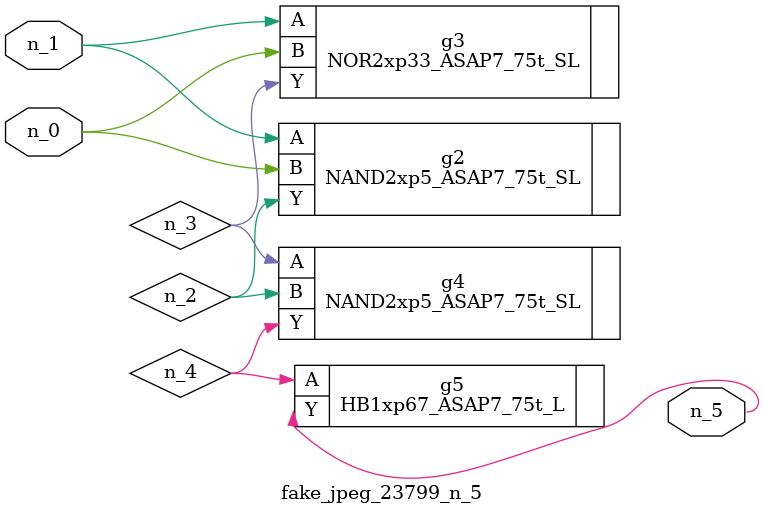
<source format=v>
module fake_jpeg_23799_n_5 (n_0, n_1, n_5);

input n_0;
input n_1;

output n_5;

wire n_2;
wire n_3;
wire n_4;

NAND2xp5_ASAP7_75t_SL g2 ( 
.A(n_1),
.B(n_0),
.Y(n_2)
);

NOR2xp33_ASAP7_75t_SL g3 ( 
.A(n_1),
.B(n_0),
.Y(n_3)
);

NAND2xp5_ASAP7_75t_SL g4 ( 
.A(n_3),
.B(n_2),
.Y(n_4)
);

HB1xp67_ASAP7_75t_L g5 ( 
.A(n_4),
.Y(n_5)
);


endmodule
</source>
